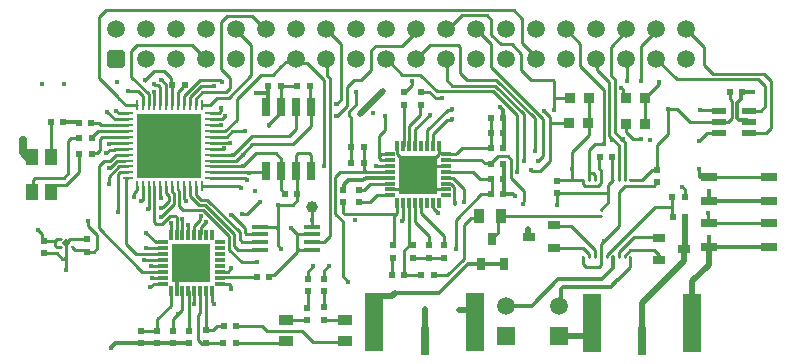
<source format=gtl>
G04*
G04 #@! TF.GenerationSoftware,Altium Limited,Altium Designer,20.2.5 (213)*
G04*
G04 Layer_Physical_Order=1*
G04 Layer_Color=255*
%FSLAX42Y42*%
%MOMM*%
G71*
G04*
G04 #@! TF.SameCoordinates,0AE3A023-6BB7-4A84-8F3F-E2DF2112AB30*
G04*
G04*
G04 #@! TF.FilePolarity,Positive*
G04*
G01*
G75*
%ADD12C,0.25*%
%ADD46R,0.24X0.21*%
%ADD79R,1.10X0.65*%
%ADD80R,1.20X0.60*%
%ADD81R,1.40X0.45*%
%ADD82R,0.65X1.53*%
%ADD83R,0.25X0.85*%
%ADD84R,0.85X0.25*%
%ADD85R,5.50X5.50*%
%ADD86R,0.81X0.30*%
%ADD87R,0.30X0.81*%
%ADD88R,3.25X3.25*%
%ADD89R,0.85X0.95*%
%ADD90R,1.10X1.40*%
%ADD91R,1.45X0.70*%
%ADD92C,0.20*%
%ADD93R,1.60X4.90*%
%ADD94R,0.70X2.35*%
%ADD95R,0.60X0.50*%
%ADD96R,0.50X0.60*%
%ADD97R,0.65X1.10*%
%ADD98R,3.25X3.25*%
%ADD99R,1.25X0.90*%
%ADD100R,0.90X1.25*%
%ADD101P,0.68X4X270.0*%
%ADD102C,1.00*%
%ADD103C,0.51*%
%ADD104C,0.30*%
%ADD105C,0.64*%
%ADD106C,1.50*%
G04:AMPARAMS|DCode=107|XSize=1.5mm|YSize=1.5mm|CornerRadius=0.23mm|HoleSize=0mm|Usage=FLASHONLY|Rotation=0.000|XOffset=0mm|YOffset=0mm|HoleType=Round|Shape=RoundedRectangle|*
%AMROUNDEDRECTD107*
21,1,1.50,1.05,0,0,0.0*
21,1,1.05,1.50,0,0,0.0*
1,1,0.45,0.53,-0.53*
1,1,0.45,-0.53,-0.53*
1,1,0.45,-0.53,0.53*
1,1,0.45,0.53,0.53*
%
%ADD107ROUNDEDRECTD107*%
%ADD108R,1.50X1.50*%
%ADD109C,0.45*%
D12*
X5772Y1520D02*
Y1590D01*
X5772Y1590D01*
X5772Y1520D02*
X5855D01*
X4840Y1980D02*
Y2190D01*
X3785Y832D02*
Y1112D01*
X3929Y1177D02*
X3938Y1185D01*
X3849Y1177D02*
X3929D01*
X3785Y1112D02*
X3849Y1177D01*
X3715Y912D02*
Y1157D01*
X3932Y1375D02*
X4020D01*
X3715Y1157D02*
X3932Y1375D01*
X4070Y1165D02*
X4097Y1193D01*
X4055Y1037D02*
X4055D01*
X4070Y1052D01*
Y1165D01*
X5655Y1350D02*
Y1417D01*
X5635Y1438D02*
X5655Y1417D01*
X5551Y1266D02*
Y1349D01*
Y1184D02*
Y1266D01*
X5405Y1270D02*
X5548D01*
X5551Y1266D01*
X5550Y1350D02*
X5551Y1349D01*
Y1184D02*
X5552Y1182D01*
X5194Y905D02*
X5395D01*
X5440Y860D01*
Y854D02*
Y860D01*
X5145Y856D02*
X5194Y905D01*
X5095Y884D02*
X5224Y1012D01*
X5438D01*
X4995Y860D02*
X5405Y1270D01*
X4995Y845D02*
Y860D01*
X5413Y1479D02*
X5418D01*
X5400Y1466D02*
X5413Y1479D01*
X5400Y1453D02*
Y1466D01*
X5392Y1445D02*
X5400Y1453D01*
X5414Y1580D02*
X5418Y1584D01*
X5380Y1580D02*
X5414D01*
X5295Y1495D02*
X5380Y1580D01*
X2205Y1285D02*
X2335D01*
X233Y980D02*
X322D01*
X228D02*
X233D01*
X4840Y1880D02*
Y1980D01*
X3222Y1718D02*
X3397Y1543D01*
X3474Y1619D01*
X3397Y1543D02*
X3522Y1418D01*
X3273D02*
X3397Y1543D01*
X2873Y2240D02*
X2875Y2238D01*
X2313Y1095D02*
X2370Y1038D01*
X5145Y1445D02*
X5392D01*
X5418Y1584D02*
Y1793D01*
X1372Y1273D02*
X1403Y1242D01*
X1577D01*
X5126Y1839D02*
X5147Y1817D01*
X5065Y1900D02*
X5126Y1839D01*
X5028Y2383D02*
Y2627D01*
Y2383D02*
X5065Y2345D01*
X5028Y2627D02*
X5167Y2767D01*
X4913Y2427D02*
X5015Y2325D01*
X4913Y2427D02*
Y2512D01*
X5049Y1839D02*
X5095Y1792D01*
X5015Y1873D02*
X5049Y1839D01*
X4772Y2460D02*
Y2652D01*
Y2460D02*
X4970Y2262D01*
X4659Y2766D02*
X4772Y2652D01*
X3897Y2767D02*
X4012Y2651D01*
Y2453D02*
X4455Y2010D01*
X4012Y2453D02*
Y2651D01*
X3733Y2642D02*
X3755Y2620D01*
Y2400D02*
X3810Y2345D01*
X3755Y2400D02*
Y2620D01*
X1792Y2192D02*
X1983Y2383D01*
X1865Y2755D02*
X1983Y2638D01*
Y2383D02*
Y2638D01*
X965Y2373D02*
X1115Y2223D01*
X965Y2590D02*
X1018Y2642D01*
X965Y2373D02*
Y2590D01*
X2698Y2038D02*
X2708D01*
X2698Y2138D02*
X2703Y2143D01*
X2708D01*
X2698Y2038D02*
X2698Y2038D01*
X2708Y2143D02*
X2748Y2183D01*
X2498Y1270D02*
X2498Y1270D01*
Y1160D02*
Y1270D01*
Y1160D02*
X2498Y1160D01*
X1635Y1762D02*
X1752D01*
X1753Y1764D01*
X1762Y2038D02*
Y2040D01*
X1738Y2012D02*
X1762Y2038D01*
X1710Y2062D02*
X1725Y2077D01*
X1635Y2012D02*
X1738D01*
X1725Y2077D02*
Y2108D01*
X1635Y1962D02*
X1725D01*
X1635Y2062D02*
X1710D01*
X2875Y2138D02*
Y2238D01*
X2810Y2073D02*
X2875Y2138D01*
X2810Y2048D02*
Y2073D01*
Y2048D02*
X2833Y2025D01*
Y1773D02*
Y2025D01*
X2792Y2123D02*
Y2283D01*
X2708Y2038D02*
X2792Y2123D01*
X2627Y2767D02*
X2748Y2646D01*
Y2183D02*
Y2646D01*
X2854Y2344D02*
X2916D01*
X2792Y2283D02*
X2854Y2344D01*
X2998Y2425D02*
Y2595D01*
X2916Y2344D02*
X2998Y2425D01*
X3068Y1703D02*
Y1870D01*
X3120Y1923D01*
Y2042D01*
X4285Y1293D02*
X4288Y1297D01*
Y1314D01*
X4295Y1321D01*
Y1402D01*
X1635Y1562D02*
X2101D01*
X3783Y1314D02*
X3785Y1312D01*
X1950Y1207D02*
X2054Y1312D01*
X3783Y1314D02*
Y1421D01*
X3703Y1295D02*
X3706Y1299D01*
X4572Y1285D02*
Y1383D01*
X3706Y1299D02*
Y1309D01*
X4572Y1285D02*
X4572Y1285D01*
X1905Y1207D02*
X1950D01*
X2208Y1282D02*
X2210Y1280D01*
Y1093D02*
Y1280D01*
X5008Y1382D02*
Y1457D01*
Y1307D02*
Y1382D01*
X4572Y1383D02*
X5007D01*
X5008Y1382D01*
X4945Y1245D02*
X5008Y1307D01*
X4695Y1495D02*
X4795D01*
Y1460D02*
Y1495D01*
X4695D02*
X4700Y1500D01*
Y1593D01*
X4580Y1495D02*
X4695D01*
X4580Y1495D02*
X4687D01*
X4572Y1488D02*
X4580Y1495D01*
X414Y831D02*
X418Y827D01*
X386Y831D02*
X414D01*
X342Y875D02*
X386Y831D01*
X4970Y980D02*
X5095Y1105D01*
X4942Y952D02*
X4970Y980D01*
X418Y738D02*
Y827D01*
X5318Y2190D02*
Y2195D01*
X5433Y2310D01*
Y2323D01*
X1218Y1265D02*
X1235D01*
X1218Y1262D02*
Y1265D01*
X1817Y1201D02*
X1822D01*
X1929Y1093D01*
X1886Y999D02*
Y1057D01*
X1555Y1328D02*
X1614D01*
X1886Y1057D01*
X1929Y1052D02*
Y1093D01*
X1898Y1432D02*
X1899D01*
X1950Y1493D02*
X1950D01*
X1888Y1443D02*
X1898Y1432D01*
X1930Y1512D02*
X1950Y1493D01*
X1565Y1443D02*
X1888D01*
X2235Y2458D02*
Y2458D01*
X2277Y2499D02*
X2360D01*
X2373Y2512D01*
X2235Y2458D02*
X2277Y2499D01*
X1860Y2006D02*
Y2180D01*
X2040Y2360D01*
Y2360D01*
X2067Y2388D01*
X1695Y2192D02*
X1792D01*
X2165Y2388D02*
X2235Y2458D01*
X2067Y2388D02*
X2165D01*
X2386Y2489D02*
X2454D01*
X2598Y2345D01*
Y1618D02*
Y2345D01*
X2370Y2473D02*
X2386Y2489D01*
X2370Y2473D02*
Y2510D01*
X2650Y1023D02*
Y2358D01*
X2627Y2381D02*
X2650Y2358D01*
X2600Y973D02*
X2650Y1023D01*
X2210Y1093D02*
X2213Y1090D01*
X2135Y1965D02*
Y1968D01*
X2239Y2072D01*
X2133Y1965D02*
X2135D01*
X2123Y1955D02*
X2133Y1965D01*
X5217Y1840D02*
X5288D01*
X5158Y1900D02*
X5217Y1840D01*
X3681Y2009D02*
X3685Y2013D01*
X3644Y2009D02*
X3681D01*
X3522Y1887D02*
X3644Y2009D01*
X2213Y940D02*
Y1090D01*
Y940D02*
X2233Y920D01*
Y915D02*
Y920D01*
X3372Y1925D02*
X3495Y2048D01*
X3372Y1781D02*
Y1925D01*
X3068Y1703D02*
X3083Y1718D01*
X3159D01*
X3068Y1682D02*
Y1703D01*
Y1682D02*
X3083Y1667D01*
X3159D01*
X3039Y1619D02*
X3159D01*
X3192Y1190D02*
X3207Y1205D01*
X3222Y1220D02*
Y1304D01*
X3207Y1205D02*
X3222Y1220D01*
X2780Y1205D02*
X3207D01*
X2765Y1220D02*
Y1307D01*
Y1220D02*
X2780Y1205D01*
X2695Y1212D02*
X2759Y1148D01*
X2938Y1588D02*
Y1773D01*
X2759Y678D02*
Y1148D01*
Y678D02*
X2800Y638D01*
X2695Y1212D02*
Y1525D01*
X2738Y1568D02*
X2957D01*
X2695Y1525D02*
X2738Y1568D01*
X2833Y1642D02*
X2833Y1643D01*
Y1773D01*
X2833Y1773D01*
X2938Y1773D02*
X2938Y1773D01*
X2938Y1588D02*
X2957Y1568D01*
X3159D01*
X2895Y1415D02*
X2940D01*
X2895Y1310D02*
X2988D01*
X3159Y1418D02*
X3273D01*
X1635Y1512D02*
X1930D01*
X4697Y1595D02*
X4700Y1593D01*
X4697Y1595D02*
Y1738D01*
X4840Y1880D01*
X4547Y2185D02*
Y2336D01*
Y2093D02*
Y2185D01*
X4552Y2190D02*
X4680D01*
X4547Y2185D02*
X4552Y2190D01*
X4510Y1980D02*
Y2032D01*
Y1655D02*
Y1980D01*
X4678D01*
X2375Y1325D02*
Y1380D01*
X2335Y1285D02*
X2375Y1325D01*
X1905Y800D02*
X2030D01*
X1799Y906D02*
X1905Y800D01*
X1799Y906D02*
Y1020D01*
X1842Y941D02*
X1876Y907D01*
X1842Y941D02*
Y1038D01*
X1876Y907D02*
X2043D01*
X1554Y1190D02*
X1557Y1193D01*
X1556Y1096D02*
X1605Y1145D01*
X1556Y1036D02*
Y1096D01*
X1577Y1242D02*
X1799Y1020D01*
X1554Y1159D02*
Y1190D01*
X1415Y1335D02*
X1433Y1318D01*
X1595Y1285D02*
X1842Y1038D01*
X1538Y1285D02*
X1595D01*
X2998Y2595D02*
X3038Y2635D01*
X3262D01*
X3389Y2761D02*
Y2767D01*
X3262Y2635D02*
X3389Y2761D01*
X5855Y1520D02*
X5857Y1522D01*
X1365Y362D02*
X1400Y397D01*
X1325Y323D02*
X1365Y362D01*
X603Y1110D02*
Y1152D01*
X2597Y1617D02*
X2598Y1618D01*
X2373Y2498D02*
Y2512D01*
X2627Y2381D02*
Y2512D01*
X5855Y1135D02*
X5857Y1132D01*
X5855Y1135D02*
Y1220D01*
X1823Y1908D02*
X1930D01*
X1777Y1862D02*
X1823Y1908D01*
X5128Y2220D02*
Y2265D01*
X5115Y2277D02*
X5128Y2265D01*
X3647Y2092D02*
X3680D01*
X1793Y620D02*
X1810Y603D01*
X2498Y1102D02*
Y1160D01*
X1810Y580D02*
Y603D01*
X2498Y1160D02*
X2498Y1160D01*
X1716Y620D02*
X1793D01*
X2462Y722D02*
X2500Y760D01*
X2462Y660D02*
Y722D01*
X2602Y730D02*
X2638Y765D01*
X2602Y660D02*
Y730D01*
X5703Y1990D02*
X5945D01*
X5515Y2100D02*
X5592D01*
X5703Y1990D01*
X5512Y2098D02*
X5515Y2100D01*
X5512Y1888D02*
Y2098D01*
X5418Y1793D02*
X5512Y1888D01*
X5095Y1245D02*
Y1395D01*
X5145Y1445D01*
X5195Y1495D02*
X5295D01*
X3645Y693D02*
X3785Y832D01*
X4185Y1512D02*
Y1670D01*
Y1512D02*
X4295Y1402D01*
X4158Y1698D02*
X4185Y1670D01*
X4075Y1698D02*
X4158D01*
X4017Y1635D02*
Y1640D01*
X4075Y1698D01*
X2490Y1577D02*
Y1710D01*
X2381Y1725D02*
X2475D01*
X2490Y1710D01*
Y1577D02*
X2493Y1574D01*
X2366D02*
Y1710D01*
X2381Y1725D01*
X3689Y1515D02*
X3783Y1421D01*
X3679Y1464D02*
X3703Y1440D01*
Y1313D02*
Y1440D01*
Y1313D02*
X3706Y1309D01*
X3639Y1464D02*
X3679D01*
X3636Y1466D02*
X3639Y1464D01*
X4035Y995D02*
Y1018D01*
X4055Y1037D01*
X3530Y693D02*
X3645D01*
X2370Y885D02*
Y925D01*
X2138Y675D02*
Y680D01*
X2150Y692D01*
X2177D01*
X2370Y885D01*
X4352Y1580D02*
X4355Y1577D01*
X4433D01*
X4510Y1655D01*
X4462Y2080D02*
X4510Y2032D01*
X4290Y1658D02*
Y2052D01*
Y1658D02*
X4292Y1655D01*
X4355Y2345D02*
X4538D01*
X4547Y2336D01*
X1833Y1708D02*
X1992Y1867D01*
X2306D02*
X2366Y1927D01*
X1992Y1867D02*
X2306D01*
X5128Y2220D02*
X5158Y2190D01*
Y1900D02*
Y1973D01*
X3522Y1781D02*
Y1887D01*
X3474Y1781D02*
Y1919D01*
X3647Y2092D01*
X3545Y2188D02*
X3600D01*
X1223Y2345D02*
X1225D01*
X1265Y2305D01*
X4270Y2430D02*
X4355Y2345D01*
X4192Y2645D02*
X4270Y2567D01*
Y2430D02*
Y2567D01*
X4017Y2727D02*
X4100Y2645D01*
X4192D01*
X3768Y2892D02*
X3978D01*
X4017Y2852D01*
Y2727D02*
Y2852D01*
X3643Y2767D02*
X3768Y2892D01*
X1562Y2295D02*
X1665D01*
X1735Y2330D02*
X1738D01*
X3285Y2240D02*
X3342Y2298D01*
Y2335D01*
X5283Y2333D02*
Y2628D01*
X4405Y2512D02*
Y2530D01*
X4278Y2658D02*
X4405Y2530D01*
X4278Y2658D02*
Y2862D01*
X753Y2935D02*
X4205D01*
X4278Y2862D01*
X693Y2875D02*
X753Y2935D01*
X693Y2362D02*
Y2875D01*
Y2362D02*
X857Y2198D01*
Y2195D02*
Y2198D01*
X920Y2133D02*
X1015D01*
X857Y2195D02*
X920Y2133D01*
X2498Y973D02*
X2600D01*
X5318Y1973D02*
Y2190D01*
X5283Y2628D02*
X5421Y2767D01*
X5167Y2336D02*
Y2512D01*
X4235Y1562D02*
Y2046D01*
X3688Y2295D02*
X4047D01*
X4059Y2345D02*
X4383Y2021D01*
X4455Y1702D02*
Y2010D01*
X3558Y2250D02*
X4031D01*
X4383Y1742D02*
Y2021D01*
X4047Y2295D02*
X4290Y2052D01*
X3810Y2345D02*
X4059D01*
X4031Y2250D02*
X4235Y2046D01*
X1911Y1716D02*
X1995Y1800D01*
X4412Y1660D02*
X4455Y1702D01*
X3643Y2340D02*
Y2512D01*
Y2340D02*
X3688Y2295D01*
X3497Y2642D02*
X3733D01*
X3389Y2534D02*
X3497Y2642D01*
X3389Y2512D02*
Y2534D01*
X3417Y2390D02*
X3558Y2250D01*
X3265Y2390D02*
X3417D01*
X3135Y2512D02*
X3142D01*
X3265Y2390D01*
X1635Y1612D02*
X1912D01*
X2022Y1722D01*
X1907Y1712D02*
X1916D01*
X1854Y1659D02*
X1907Y1712D01*
X1638Y1659D02*
X1854D01*
X1635Y1662D02*
X1638Y1659D01*
X1640Y1708D02*
X1833D01*
X1635Y1712D02*
X1640Y1708D01*
X1635Y1862D02*
X1777D01*
X1766Y1912D02*
X1860Y2006D01*
X1635Y1912D02*
X1766D01*
X2239Y2072D02*
Y2116D01*
X845Y2077D02*
Y2077D01*
X1784Y719D02*
X1808Y743D01*
X1716Y719D02*
X1784D01*
X1886Y999D02*
X1910Y975D01*
X1944Y1038D02*
X2058D01*
X1929Y1052D02*
X1944Y1038D01*
X1910Y975D02*
X2040D01*
X3262Y1148D02*
X3273Y1158D01*
X3522Y1304D02*
X3524Y1301D01*
Y1256D02*
Y1301D01*
Y1256D02*
X3558Y1223D01*
X3273Y1158D02*
Y1304D01*
X3321Y941D02*
Y1304D01*
X3372Y1138D02*
X3490Y1020D01*
X3423Y1215D02*
X3617Y1020D01*
X3423Y1215D02*
Y1304D01*
X3372Y1138D02*
Y1304D01*
X3617Y948D02*
Y1020D01*
X3490Y945D02*
Y1020D01*
X4942Y848D02*
X4945Y845D01*
X4942Y848D02*
Y952D01*
X4895Y845D02*
Y902D01*
X4692Y1105D02*
X4895Y902D01*
X5095Y1105D02*
Y1245D01*
X4128Y1195D02*
X4945D01*
X4125Y1193D02*
X4128Y1195D01*
X5008Y1457D02*
X5045Y1495D01*
X5037Y1503D02*
Y1693D01*
Y1503D02*
X5045Y1495D01*
X4932Y1591D02*
Y1693D01*
Y1591D02*
X4945Y1579D01*
Y1495D02*
Y1579D01*
X4895Y1495D02*
Y1540D01*
X4851Y1555D02*
X4880D01*
X4895Y1540D01*
X4845Y1750D02*
X4899Y1804D01*
X4845Y1561D02*
Y1750D01*
X4899Y1804D02*
X4967D01*
X4970Y1807D01*
X4810Y1445D02*
X4845D01*
X4795Y1460D02*
X4810Y1445D01*
X4942Y1493D02*
X4945Y1495D01*
X4942Y1470D02*
Y1493D01*
X4845Y1445D02*
X4917D01*
X4942Y1470D01*
X4845Y1495D02*
Y1561D01*
X4851Y1555D01*
X4817Y760D02*
X4930D01*
X4945Y775D02*
Y845D01*
X4930Y760D02*
X4945Y775D01*
Y845D02*
X4945Y845D01*
X4795Y782D02*
Y845D01*
Y782D02*
X4817Y760D01*
X5145Y845D02*
Y856D01*
X5195Y757D02*
Y845D01*
X5085Y647D02*
X5195Y757D01*
X3280Y2240D02*
X3285D01*
X3420D02*
X3493D01*
X3545Y2188D01*
X3636Y1517D02*
X3639Y1515D01*
X3689D01*
X3415Y2130D02*
X3420Y2135D01*
X3415Y2045D02*
Y2130D01*
X3321Y1781D02*
Y1951D01*
X3415Y2045D01*
X3273Y1781D02*
X3276Y1784D01*
Y2131D01*
X3280Y2135D01*
X3636Y1568D02*
X3862D01*
X3925Y1505D01*
X4020D01*
Y1375D02*
Y1505D01*
X3045Y1367D02*
X3159D01*
X2988Y1310D02*
X3045Y1367D01*
X2991Y1466D02*
X3159D01*
X2940Y1415D02*
X2991Y1466D01*
X3474Y1619D02*
X3573Y1718D01*
Y1781D01*
X3222Y1718D02*
Y1781D01*
X3522Y1418D02*
X3636D01*
X3474Y1619D02*
X3636D01*
X3933Y1667D02*
X3962Y1638D01*
X3636Y1667D02*
X3933D01*
X4015Y1638D02*
X4017Y1635D01*
X3962Y1638D02*
X4015D01*
X3636Y1718D02*
X3638Y1720D01*
X3715D01*
X3720Y1725D01*
X3730D01*
X3770Y1765D02*
X4017D01*
X3730Y1725D02*
X3770Y1765D01*
X4017Y1895D02*
Y2025D01*
Y1765D02*
Y1895D01*
X3183Y945D02*
X3192Y955D01*
Y1190D01*
X3177Y690D02*
X3180Y692D01*
Y837D01*
X3183Y840D01*
X3282Y690D02*
Y902D01*
X3321Y941D01*
X3282Y690D02*
X3284Y691D01*
X3424D01*
X3425Y693D01*
X3353Y840D02*
X3620D01*
X3353Y840D02*
X3353Y840D01*
X3620D02*
X3620Y840D01*
X3617Y948D02*
X3620Y945D01*
X2370Y925D02*
X2388Y907D01*
X2498D01*
X2370Y925D02*
Y1038D01*
X2498D01*
X2058Y1102D02*
X2183D01*
X2190Y1095D01*
X1190Y222D02*
Y320D01*
X1302Y432D02*
Y556D01*
X1190Y320D02*
X1302Y432D01*
X1465Y1358D02*
Y1443D01*
Y1358D02*
X1538Y1285D01*
X1515Y1369D02*
Y1443D01*
Y1369D02*
X1555Y1328D01*
X1503Y1108D02*
X1554Y1159D01*
X1503Y1034D02*
Y1108D01*
X1554Y1034D02*
X1556Y1036D01*
X1295Y1195D02*
X1338D01*
X1328Y1296D02*
Y1383D01*
X1225Y1125D02*
X1295Y1195D01*
X1217Y1185D02*
X1328Y1296D01*
X1301Y1133D02*
X1302Y1132D01*
Y1034D02*
Y1132D01*
X1182Y1125D02*
X1225D01*
X1165Y1143D02*
X1182Y1125D01*
X1415Y1443D02*
X1415Y1442D01*
X1372Y1273D02*
Y1406D01*
X1315Y1396D02*
X1328Y1383D01*
X1365Y1413D02*
X1372Y1406D01*
X1415Y1335D02*
Y1442D01*
X1315Y1443D02*
X1315Y1442D01*
Y1396D02*
Y1442D01*
X1285Y1315D02*
Y1365D01*
X1235Y1265D02*
X1285Y1315D01*
X1265Y1385D02*
X1285Y1365D01*
X1265Y1443D02*
X1265Y1442D01*
Y1385D02*
Y1442D01*
X1150Y670D02*
X1151Y671D01*
X1239D01*
X5840Y1895D02*
X5945D01*
X5775Y1830D02*
X5840Y1895D01*
X5775Y1830D02*
X5775D01*
X5944Y2086D02*
X5945Y2085D01*
X5789Y2086D02*
X5944D01*
X5788Y2088D02*
X5789Y2086D01*
X1415Y2209D02*
X1549Y2342D01*
X1723D01*
X1735Y2330D01*
X1415Y2133D02*
X1415Y2133D01*
Y2209D01*
X1365Y2245D02*
X1408Y2288D01*
Y2293D01*
X1365Y2133D02*
Y2245D01*
X1408Y2293D02*
X1410Y2295D01*
X1727Y2440D02*
X1808Y2360D01*
Y2275D02*
Y2360D01*
X1727Y2440D02*
Y2833D01*
X1515Y2133D02*
Y2185D01*
X1570Y2240D01*
X1773D01*
X1465Y2133D02*
X1465Y2133D01*
Y2198D01*
X1562Y2295D01*
X1773Y2240D02*
X1808Y2275D01*
X1635Y2133D02*
X1695Y2192D01*
X1165Y1143D02*
Y1443D01*
X1338Y1195D02*
X1353Y1180D01*
Y1034D02*
Y1180D01*
X4970Y1807D02*
Y2262D01*
X1635Y1812D02*
X1792D01*
X1215Y2133D02*
Y2285D01*
X1196Y2304D02*
X1215Y2285D01*
X1165Y2308D02*
X1169Y2304D01*
X1196D01*
X1265Y2133D02*
Y2305D01*
X1085Y2340D02*
Y2342D01*
Y2338D02*
Y2340D01*
Y2342D02*
X1160Y2417D01*
X1250D01*
X1308Y2312D02*
X1315Y2305D01*
X1308Y2312D02*
Y2359D01*
X1250Y2417D02*
X1308Y2359D01*
X418Y827D02*
Y962D01*
X233Y875D02*
X342D01*
X1115Y2133D02*
Y2223D01*
X1065Y2133D02*
Y2211D01*
X1026Y2250D02*
X1065Y2211D01*
X940Y2250D02*
X1026D01*
X1315Y2305D02*
X1315Y2305D01*
X1315Y2133D02*
Y2305D01*
X1162Y2225D02*
X1165Y2223D01*
Y2133D02*
Y2223D01*
X1215Y1348D02*
Y1443D01*
Y1348D02*
X1220Y1343D01*
X603Y1110D02*
X682Y1030D01*
Y918D02*
Y1030D01*
X655Y890D02*
X682Y918D01*
X593Y890D02*
X655D01*
X1062Y720D02*
X1073D01*
X695Y1088D02*
Y1615D01*
Y1088D02*
X1062Y720D01*
X1074Y719D02*
X1239D01*
X1073Y720D02*
X1074Y719D01*
X215Y992D02*
Y1042D01*
X189Y1069D02*
X215Y1042D01*
X181Y1069D02*
X189D01*
X177Y1073D02*
X181Y1069D01*
X215Y992D02*
X228Y980D01*
X465Y930D02*
X493Y902D01*
X418Y962D02*
X450Y995D01*
X465D02*
X593D01*
X593Y995D01*
X450Y995D02*
X465D01*
X322Y980D02*
X322Y980D01*
Y942D02*
Y980D01*
X493Y902D02*
X580D01*
X593Y890D01*
X337Y995D02*
X370D01*
X322Y980D02*
X337Y995D01*
Y927D02*
X367D01*
X322Y942D02*
X337Y927D01*
X367D02*
X370Y930D01*
X778Y1465D02*
Y1526D01*
X1500Y445D02*
X1503Y448D01*
X1160Y620D02*
X1239D01*
X1127Y588D02*
X1160Y620D01*
X1503Y448D02*
Y556D01*
X1653Y467D02*
Y556D01*
Y467D02*
X1667Y453D01*
X6278Y2348D02*
X6333Y2292D01*
X5586Y2348D02*
X6278D01*
X5421Y2512D02*
X5586Y2348D01*
X6325Y2392D02*
X6383Y2335D01*
X5817Y2473D02*
X5897Y2392D01*
X6325D01*
X6333Y2120D02*
Y2292D01*
X6383Y1935D02*
Y2335D01*
X5817Y2473D02*
Y2623D01*
X5675Y2765D02*
X5817Y2623D01*
X6195Y2085D02*
X6297D01*
X6333Y2120D01*
X6195Y1895D02*
X6342D01*
X6383Y1935D01*
X5675Y2765D02*
Y2767D01*
X6017Y1990D02*
X6053Y2025D01*
X5945Y1990D02*
X6017D01*
X6053Y2025D02*
Y2162D01*
X6035Y2180D02*
X6053Y2162D01*
X6035Y2180D02*
Y2243D01*
X4845Y1495D02*
X4845Y1495D01*
X4659Y2766D02*
Y2767D01*
X5095Y1495D02*
Y1792D01*
X5015Y1873D02*
Y2325D01*
X5065Y1900D02*
Y2345D01*
X5145Y1495D02*
X5147Y1498D01*
Y1817D01*
X4547Y920D02*
X4795D01*
X4845Y845D02*
Y870D01*
X4795Y920D02*
X4845Y870D01*
X4547Y1112D02*
X4554Y1105D01*
X4692D01*
X5095Y845D02*
Y884D01*
X5857Y1522D02*
X6372D01*
X5857Y1522D02*
X5857Y1522D01*
X6372Y1132D02*
X6372Y1132D01*
X5857Y1132D02*
X6372D01*
X1018Y2642D02*
X1480D01*
X1610Y2512D01*
X1095Y1052D02*
X1177Y970D01*
X1239D01*
X1865Y2755D02*
Y2767D01*
X1727Y2833D02*
X1783Y2888D01*
X1990D01*
X2111Y2767D02*
X2119D01*
X1990Y2888D02*
X2111Y2767D01*
X1565Y2133D02*
X1635D01*
X2040Y975D02*
X2043Y973D01*
X1995Y1800D02*
X2342D01*
X2492Y1950D01*
X2366Y1927D02*
Y2116D01*
X2480Y2290D02*
X2486Y2283D01*
Y2123D02*
Y2283D01*
Y2123D02*
X2493Y2116D01*
X2236Y2291D02*
X2237Y2290D01*
X2235Y2292D02*
X2236Y2291D01*
X2374D01*
X2375Y2290D01*
X2237Y2118D02*
X2239Y2116D01*
X2237Y2118D02*
Y2290D01*
X2022Y1722D02*
X2191D01*
X2239Y1674D01*
X2366Y1574D02*
X2370Y1569D01*
Y1384D02*
Y1569D01*
Y1384D02*
X2375Y1380D01*
X2492Y2116D02*
X2493Y2116D01*
X2492Y1950D02*
Y2116D01*
X2239Y1416D02*
Y1574D01*
Y1416D02*
X2270Y1385D01*
Y1380D02*
Y1385D01*
X2239Y1574D02*
Y1674D01*
X2101Y1562D02*
X2112Y1574D01*
X1190Y222D02*
X1190Y222D01*
X1055Y222D02*
X1190D01*
X1055Y222D02*
X1055Y222D01*
X1302Y556D02*
X1302Y556D01*
X1400Y555D02*
X1401Y556D01*
X1400Y397D02*
Y555D01*
X1325Y222D02*
Y323D01*
X1452Y556D02*
X1455Y554D01*
Y228D02*
Y554D01*
Y228D02*
X1460Y222D01*
X1716Y671D02*
X1718Y673D01*
X2030D01*
X2033Y675D01*
X2602Y418D02*
X2602Y418D01*
Y555D01*
X2602Y555D01*
X2460Y417D02*
X2461Y419D01*
Y554D01*
X2462Y555D01*
X2775Y315D02*
X2780Y310D01*
X2602Y315D02*
X2775D01*
X2275Y310D02*
X2277Y312D01*
X2460D01*
X2777Y127D02*
X2780Y130D01*
X2508Y127D02*
X2777D01*
X2412Y222D02*
X2508Y127D01*
X2120Y222D02*
X2412D01*
X2078Y265D02*
X2120Y222D01*
X1857Y265D02*
X2078D01*
X1852Y117D02*
X2262D01*
X2275Y130D01*
X1750Y262D02*
X1752Y265D01*
X1602Y223D02*
X1658D01*
X1698Y262D01*
X1750D01*
X1602Y556D02*
X1602Y556D01*
Y223D02*
Y556D01*
Y223D02*
X1602Y223D01*
Y118D02*
X1602Y118D01*
X1747D01*
X1748Y117D01*
X1597Y112D02*
X1602Y118D01*
X1565Y112D02*
X1597D01*
X1535Y142D02*
X1565Y112D01*
X1535Y142D02*
Y353D01*
X1554Y371D02*
Y556D01*
X1535Y353D02*
X1554Y371D01*
X132Y1394D02*
X133Y1394D01*
Y1500D01*
X150Y1518D01*
X395D02*
X430Y1552D01*
X150Y1518D02*
X395D01*
X430Y1552D02*
Y1823D01*
X460Y1853D02*
X528D01*
X430Y1823D02*
X460Y1853D01*
X525Y1712D02*
X528Y1715D01*
X525Y1565D02*
Y1712D01*
X292Y1394D02*
Y1409D01*
X335Y1452D01*
X412D01*
X525Y1565D01*
X285Y1702D02*
Y1985D01*
Y1702D02*
X292Y1694D01*
X927Y951D02*
X1007Y871D01*
X928Y1512D02*
X945D01*
X927Y951D02*
Y1512D01*
X928Y1512D01*
X1015Y1413D02*
Y1443D01*
X990Y1388D02*
X1015Y1413D01*
X990Y1357D02*
Y1388D01*
X1070Y820D02*
X1239D01*
X1055Y1318D02*
X1065Y1327D01*
Y1443D01*
X1115Y1255D02*
Y1443D01*
X1112Y1252D02*
X1115Y1255D01*
X841Y1712D02*
X945D01*
X864Y1612D02*
X945D01*
X778Y1526D02*
X864Y1612D01*
X829Y1762D02*
X945D01*
X785Y1600D02*
X790D01*
X740Y1660D02*
X788D01*
X753Y1723D02*
X758D01*
X788Y1660D02*
X841Y1712D01*
X790Y1600D02*
X852Y1662D01*
X915D01*
X758Y1723D02*
X787Y1752D01*
X819D01*
X829Y1762D01*
X875Y1562D02*
X945D01*
X860Y1227D02*
Y1548D01*
X875Y1562D01*
X695Y1615D02*
X740Y1660D01*
X778Y1800D02*
X783D01*
X795Y1812D01*
X945D01*
X720Y1862D02*
X945D01*
X705Y1848D02*
X720Y1862D01*
X705Y1752D02*
Y1848D01*
X679Y1727D02*
X705Y1752D01*
X633Y1715D02*
X644Y1727D01*
X679D01*
X633Y1858D02*
X687Y1912D01*
X945D01*
X633Y1853D02*
Y1858D01*
X945Y1712D02*
X945Y1712D01*
X1400Y1162D02*
X1402Y1165D01*
X1400Y1035D02*
X1401Y1034D01*
X1400Y1035D02*
Y1162D01*
X1138Y770D02*
X1138Y770D01*
X1239D01*
X1091Y919D02*
X1239D01*
X1090Y920D02*
X1091Y919D01*
X1007Y871D02*
X1239D01*
X1070Y820D02*
X1070Y820D01*
X1452Y1034D02*
Y1110D01*
X1452Y1110D01*
X827Y2012D02*
X945D01*
X765Y2075D02*
X827Y2012D01*
X860Y2062D02*
X945D01*
X845Y2077D02*
X860Y2062D01*
X625Y1985D02*
X628Y1983D01*
X635D02*
X695D01*
X715Y1962D02*
X945D01*
X695Y1983D02*
X715Y1962D01*
D46*
X465Y930D02*
D03*
Y995D02*
D03*
X370D02*
D03*
X370Y930D02*
D03*
D79*
X5440Y1009D02*
D03*
Y816D02*
D03*
X5650Y912D02*
D03*
X4338Y1016D02*
D03*
X4547Y1112D02*
D03*
Y920D02*
D03*
D80*
X5945Y1895D02*
D03*
Y1990D02*
D03*
Y2085D02*
D03*
X6195D02*
D03*
Y1990D02*
D03*
Y1895D02*
D03*
D81*
X2058Y1102D02*
D03*
Y1038D02*
D03*
Y973D02*
D03*
Y907D02*
D03*
X2498D02*
D03*
Y973D02*
D03*
Y1038D02*
D03*
Y1102D02*
D03*
D82*
X2493Y1574D02*
D03*
X2366D02*
D03*
X2239D02*
D03*
X2112D02*
D03*
Y2116D02*
D03*
X2239D02*
D03*
X2366D02*
D03*
X2493D02*
D03*
D83*
X1015Y1443D02*
D03*
X1065D02*
D03*
X1115D02*
D03*
X1165D02*
D03*
X1215D02*
D03*
X1265D02*
D03*
X1315D02*
D03*
X1365D02*
D03*
X1415D02*
D03*
X1465D02*
D03*
X1515D02*
D03*
X1565D02*
D03*
Y2133D02*
D03*
X1515D02*
D03*
X1465D02*
D03*
X1415D02*
D03*
X1365D02*
D03*
X1315D02*
D03*
X1265D02*
D03*
X1215D02*
D03*
X1165D02*
D03*
X1115D02*
D03*
X1065D02*
D03*
X1015D02*
D03*
D84*
X1635Y1512D02*
D03*
Y1562D02*
D03*
Y1612D02*
D03*
Y1662D02*
D03*
Y1712D02*
D03*
Y1762D02*
D03*
Y1812D02*
D03*
Y1862D02*
D03*
Y1912D02*
D03*
Y1962D02*
D03*
Y2012D02*
D03*
Y2062D02*
D03*
X945D02*
D03*
Y2012D02*
D03*
Y1962D02*
D03*
Y1912D02*
D03*
Y1862D02*
D03*
Y1812D02*
D03*
Y1762D02*
D03*
Y1712D02*
D03*
Y1662D02*
D03*
Y1612D02*
D03*
Y1562D02*
D03*
Y1512D02*
D03*
D85*
X1290Y1788D02*
D03*
D86*
X1716Y620D02*
D03*
Y671D02*
D03*
Y719D02*
D03*
Y770D02*
D03*
Y820D02*
D03*
Y871D02*
D03*
Y919D02*
D03*
Y970D02*
D03*
X1239D02*
D03*
Y919D02*
D03*
Y871D02*
D03*
Y820D02*
D03*
Y770D02*
D03*
Y719D02*
D03*
Y671D02*
D03*
Y620D02*
D03*
X3159Y1367D02*
D03*
Y1418D02*
D03*
Y1466D02*
D03*
Y1517D02*
D03*
Y1568D02*
D03*
Y1619D02*
D03*
Y1667D02*
D03*
Y1718D02*
D03*
X3636D02*
D03*
Y1667D02*
D03*
Y1619D02*
D03*
Y1568D02*
D03*
Y1517D02*
D03*
Y1466D02*
D03*
Y1418D02*
D03*
Y1367D02*
D03*
D87*
X1653Y1034D02*
D03*
X1602D02*
D03*
X1554D02*
D03*
X1503D02*
D03*
X1452D02*
D03*
X1401D02*
D03*
X1353D02*
D03*
X1302D02*
D03*
Y556D02*
D03*
X1353D02*
D03*
X1401D02*
D03*
X1452D02*
D03*
X1503D02*
D03*
X1554D02*
D03*
X1602D02*
D03*
X1653D02*
D03*
X3222Y1781D02*
D03*
X3273D02*
D03*
X3321D02*
D03*
X3372D02*
D03*
X3423D02*
D03*
X3474D02*
D03*
X3522D02*
D03*
X3573D02*
D03*
Y1304D02*
D03*
X3522D02*
D03*
X3474D02*
D03*
X3423D02*
D03*
X3372D02*
D03*
X3321D02*
D03*
X3273D02*
D03*
X3222D02*
D03*
D88*
X1477Y795D02*
D03*
D89*
X5158Y2190D02*
D03*
X5318D02*
D03*
X5158Y1973D02*
D03*
X5318D02*
D03*
X4680Y2190D02*
D03*
X4840D02*
D03*
X4678Y1980D02*
D03*
X4838D02*
D03*
D90*
X132Y1394D02*
D03*
X292D02*
D03*
X132Y1694D02*
D03*
X292D02*
D03*
D91*
X5857Y1132D02*
D03*
Y927D02*
D03*
X6372Y1132D02*
D03*
Y927D02*
D03*
X5857Y1522D02*
D03*
Y1317D02*
D03*
X6372Y1522D02*
D03*
Y1317D02*
D03*
D92*
X5195Y845D02*
D03*
X5145D02*
D03*
X5095D02*
D03*
X5045D02*
D03*
X4995D02*
D03*
X4945D02*
D03*
X4895D02*
D03*
X4845D02*
D03*
X4795D02*
D03*
X4945Y1195D02*
D03*
X5095Y1245D02*
D03*
X4945D02*
D03*
X5145Y1445D02*
D03*
X4845D02*
D03*
X5195Y1495D02*
D03*
X5145D02*
D03*
X5095D02*
D03*
X5045D02*
D03*
X4945D02*
D03*
X4895D02*
D03*
X4845D02*
D03*
X4795D02*
D03*
D93*
X3027Y292D02*
D03*
X3878D02*
D03*
X4867Y288D02*
D03*
X5717D02*
D03*
D94*
X3453Y135D02*
D03*
X5292Y130D02*
D03*
D95*
X233Y875D02*
D03*
Y980D02*
D03*
X593Y995D02*
D03*
Y890D02*
D03*
X1325Y117D02*
D03*
Y222D02*
D03*
X1190Y118D02*
D03*
Y222D02*
D03*
X1055Y117D02*
D03*
Y222D02*
D03*
X2895Y1412D02*
D03*
Y1307D02*
D03*
X2765D02*
D03*
Y1412D02*
D03*
X1602Y223D02*
D03*
Y118D02*
D03*
X2602Y418D02*
D03*
Y313D02*
D03*
X2460Y417D02*
D03*
Y312D02*
D03*
X3353Y945D02*
D03*
Y840D02*
D03*
X3490Y945D02*
D03*
Y840D02*
D03*
X3620Y945D02*
D03*
Y840D02*
D03*
X5418Y1585D02*
D03*
Y1480D02*
D03*
X4572Y1383D02*
D03*
Y1488D02*
D03*
X3280Y2240D02*
D03*
Y2135D02*
D03*
X3420Y2240D02*
D03*
Y2135D02*
D03*
X1460Y118D02*
D03*
Y222D02*
D03*
X3183Y945D02*
D03*
Y840D02*
D03*
X2602Y555D02*
D03*
Y660D02*
D03*
X2462Y555D02*
D03*
Y660D02*
D03*
D96*
X6035Y2243D02*
D03*
X6140D02*
D03*
X2130Y2292D02*
D03*
X2235D02*
D03*
X3282Y690D02*
D03*
X3177D02*
D03*
X3425Y693D02*
D03*
X3530D02*
D03*
X2138Y675D02*
D03*
X2033D02*
D03*
X5040Y1693D02*
D03*
X4935D02*
D03*
X4120Y1505D02*
D03*
X4015D02*
D03*
X4120Y1375D02*
D03*
X4015D02*
D03*
X2833Y1773D02*
D03*
X2938D02*
D03*
X2833Y1642D02*
D03*
X2937D02*
D03*
X4015Y1635D02*
D03*
X4120D02*
D03*
X4117Y1765D02*
D03*
X4012D02*
D03*
X4117Y1895D02*
D03*
X4012D02*
D03*
X285Y1985D02*
D03*
X390D02*
D03*
X525Y1983D02*
D03*
X630D02*
D03*
X528Y1715D02*
D03*
X633D02*
D03*
X1315Y2305D02*
D03*
X1420D02*
D03*
X528Y1853D02*
D03*
X633D02*
D03*
X2375Y2290D02*
D03*
X2480D02*
D03*
X2270Y1380D02*
D03*
X2375D02*
D03*
X1752Y265D02*
D03*
X1857D02*
D03*
X1748Y117D02*
D03*
X1852D02*
D03*
X5552Y1182D02*
D03*
X5657D02*
D03*
X5550Y1350D02*
D03*
X5655D02*
D03*
X4117Y2025D02*
D03*
X4012D02*
D03*
D97*
X4025Y995D02*
D03*
X4121Y785D02*
D03*
X3929D02*
D03*
D98*
X3397Y1543D02*
D03*
D99*
X2780Y130D02*
D03*
Y310D02*
D03*
X2275Y130D02*
D03*
Y310D02*
D03*
D100*
X4097Y1193D02*
D03*
X3917D02*
D03*
D101*
X418Y962D02*
D03*
D102*
X2498Y1270D02*
D03*
D103*
X5292Y457D02*
X5492Y657D01*
X5650Y815D01*
X5292Y130D02*
Y457D01*
X5657Y920D02*
Y1182D01*
X5650Y912D02*
X5657Y920D01*
X5650Y912D02*
X5650D01*
X2908Y2058D02*
X3098Y2248D01*
X3177Y512D02*
X3205Y540D01*
X3027Y292D02*
Y457D01*
X3082Y512D01*
X3177D01*
X3878Y292D02*
Y345D01*
X3823Y400D02*
X3878Y345D01*
X3740Y400D02*
X3823D01*
X4593Y180D02*
X4813D01*
X4867Y235D01*
Y288D01*
X4325Y1023D02*
Y1082D01*
X5717Y288D02*
Y640D01*
X5857Y780D02*
Y927D01*
X5717Y640D02*
X5857Y780D01*
X5650Y815D02*
Y912D01*
X3453Y135D02*
Y403D01*
X4332Y1016D02*
X4338D01*
X4325Y1023D02*
X4332Y1016D01*
D104*
X5857Y1015D02*
X5860Y1018D01*
X4124Y1376D02*
Y1634D01*
X1353Y671D02*
X1477Y795D01*
X1055Y117D02*
X1460D01*
X4125Y1375D02*
X4204D01*
X4217Y1362D01*
X3205Y540D02*
X3572D01*
X3817Y785D02*
X3939D01*
X3572Y540D02*
X3817Y785D01*
X2130Y2235D02*
Y2292D01*
Y2178D02*
Y2235D01*
X2028D02*
X2130D01*
X2027Y2235D02*
X2028Y2235D01*
X4145Y432D02*
X4362D01*
X4585Y655D02*
X4951D01*
X4362Y432D02*
X4585Y655D01*
X2765Y1412D02*
X2767Y1415D01*
Y1457D01*
X2805Y1495D01*
X6232Y2243D02*
X6233Y2242D01*
X4113Y2035D02*
X4122Y2025D01*
X4113Y2035D02*
Y2090D01*
X4090Y2112D02*
X4113Y2090D01*
X4122Y1635D02*
X4124Y1634D01*
Y1376D02*
X4125Y1375D01*
X4122Y1895D02*
Y2025D01*
Y1765D02*
Y1895D01*
X3939Y785D02*
X4131D01*
X6140Y2243D02*
X6232D01*
X5857Y927D02*
Y1015D01*
Y1317D02*
Y1400D01*
X5858Y1400D01*
X5028Y590D02*
X5085Y647D01*
X4607Y449D02*
Y572D01*
X4625Y590D01*
X5028D01*
X4951Y655D02*
X5045Y749D01*
X4593Y434D02*
X4607Y449D01*
X5045Y749D02*
Y845D01*
X835Y117D02*
X1055D01*
X795Y77D02*
X835Y117D01*
X2805Y1495D02*
X2933D01*
X2955Y1517D02*
X3159D01*
X2933Y1495D02*
X2955Y1517D01*
X6133Y2235D02*
X6140Y2243D01*
X6133Y2183D02*
Y2235D01*
X6116Y2005D02*
X6180D01*
X6098Y2023D02*
X6116Y2005D01*
X6098Y2023D02*
Y2148D01*
X6133Y2183D01*
X6180Y2005D02*
X6195Y1990D01*
X6372Y1317D02*
X6372Y1317D01*
X5857Y1317D02*
X6372D01*
Y927D02*
X6372Y927D01*
X5857Y927D02*
X6372D01*
X2112Y2160D02*
X2130Y2178D01*
X2112Y2116D02*
Y2160D01*
X1460Y117D02*
X1460Y118D01*
X1055Y117D02*
X1055Y117D01*
X1353Y556D02*
Y671D01*
X390Y1985D02*
X391Y1984D01*
X524D01*
X525Y1983D01*
D105*
X87Y1695D02*
X132D01*
X50Y1732D02*
X87Y1695D01*
X50Y1732D02*
Y1835D01*
X132Y1695D02*
X132Y1694D01*
D106*
X4143Y2777D02*
D03*
X4397D02*
D03*
X4651D02*
D03*
X4905D02*
D03*
X5667D02*
D03*
X5413D02*
D03*
X5159D02*
D03*
Y2523D02*
D03*
X5413D02*
D03*
X5667D02*
D03*
X4905D02*
D03*
X4651D02*
D03*
X4397D02*
D03*
X4143D02*
D03*
X2111D02*
D03*
X1095D02*
D03*
X2365D02*
D03*
X1349D02*
D03*
X2619D02*
D03*
X1603D02*
D03*
X2873D02*
D03*
X1857D02*
D03*
X3127D02*
D03*
X3889D02*
D03*
X3635D02*
D03*
X3381D02*
D03*
Y2777D02*
D03*
X3635D02*
D03*
X3889D02*
D03*
X3127D02*
D03*
X1857D02*
D03*
X2873D02*
D03*
X1603D02*
D03*
X2619D02*
D03*
X1349D02*
D03*
X2365D02*
D03*
X1095D02*
D03*
X2111D02*
D03*
X841D02*
D03*
X4593Y434D02*
D03*
X4145Y432D02*
D03*
D107*
X841Y2523D02*
D03*
D108*
X4593Y180D02*
D03*
X4145Y177D02*
D03*
D109*
X5492Y657D02*
D03*
X5772Y1590D02*
D03*
X1433Y1318D02*
D03*
X5630Y1435D02*
D03*
X3453Y405D02*
D03*
X1405Y710D02*
D03*
X1470Y825D02*
D03*
X1470Y710D02*
D03*
X2698Y2038D02*
D03*
Y2138D02*
D03*
X1753Y1764D02*
D03*
X1808Y1813D02*
D03*
X1762Y2035D02*
D03*
X1725Y2108D02*
D03*
Y1962D02*
D03*
X2875Y2240D02*
D03*
X2908Y2060D02*
D03*
X3505Y1568D02*
D03*
X3435D02*
D03*
X3353D02*
D03*
X3285Y1464D02*
D03*
X3353D02*
D03*
X3435D02*
D03*
X3505D02*
D03*
X4285Y1293D02*
D03*
X4217Y1362D02*
D03*
X3283Y1568D02*
D03*
X2017Y1408D02*
D03*
X3785Y1312D02*
D03*
X2055Y1309D02*
D03*
X4572Y1285D02*
D03*
X3710Y1300D02*
D03*
X2208Y1282D02*
D03*
X2027Y2233D02*
D03*
X1512Y1617D02*
D03*
X1535Y710D02*
D03*
Y768D02*
D03*
X1470D02*
D03*
X1405Y768D02*
D03*
X1535Y825D02*
D03*
X1405D02*
D03*
X1512Y1560D02*
D03*
X1227Y1735D02*
D03*
X418Y827D02*
D03*
Y738D02*
D03*
X1112Y1677D02*
D03*
X1065Y1865D02*
D03*
X1170Y1738D02*
D03*
X1112Y1738D02*
D03*
X3205Y540D02*
D03*
X3740Y400D02*
D03*
X5433Y2323D02*
D03*
X1817Y1201D02*
D03*
X1950Y1493D02*
D03*
X1899Y1432D02*
D03*
X1967Y1560D02*
D03*
X1905Y1207D02*
D03*
X2135Y1965D02*
D03*
X5360Y1833D02*
D03*
X5130Y1842D02*
D03*
X5288Y1840D02*
D03*
X3685Y2013D02*
D03*
X3017Y2062D02*
D03*
X2233Y915D02*
D03*
X3120Y2042D02*
D03*
X3495Y2048D02*
D03*
X3042Y1617D02*
D03*
X4325Y1082D02*
D03*
X2862Y1155D02*
D03*
X2802Y632D02*
D03*
X1557Y1193D02*
D03*
X1605Y1145D02*
D03*
X2030Y800D02*
D03*
X1365Y362D02*
D03*
X603Y1152D02*
D03*
X848Y2323D02*
D03*
X2597Y1617D02*
D03*
X5855Y1220D02*
D03*
X6233Y2242D02*
D03*
X1930Y1908D02*
D03*
X5115Y2277D02*
D03*
X3685Y2098D02*
D03*
X1810Y570D02*
D03*
X2498Y1160D02*
D03*
X2317Y1088D02*
D03*
X2505Y765D02*
D03*
X2640D02*
D03*
X3098Y2248D02*
D03*
X5515Y2100D02*
D03*
X4700Y1593D02*
D03*
X3715Y912D02*
D03*
X4090Y2112D02*
D03*
X2213Y1090D02*
D03*
X4352Y1580D02*
D03*
X4292Y1655D02*
D03*
X4462Y2080D02*
D03*
X4547Y2093D02*
D03*
X3600Y2188D02*
D03*
X1223Y2345D02*
D03*
X1738Y2325D02*
D03*
X3342Y2335D02*
D03*
X5285Y2333D02*
D03*
X5167Y2335D02*
D03*
X4383Y1742D02*
D03*
X4412Y1660D02*
D03*
X4235Y1562D02*
D03*
X1916Y1712D02*
D03*
X1833Y1708D02*
D03*
X1912Y1615D02*
D03*
X1815Y750D02*
D03*
X3565Y1215D02*
D03*
X3265Y1148D02*
D03*
X5858Y1402D02*
D03*
Y1018D02*
D03*
X4970Y980D02*
D03*
X215Y2312D02*
D03*
X795Y77D02*
D03*
X1217Y1185D02*
D03*
X1301Y1133D02*
D03*
X1218Y1262D02*
D03*
X1145Y668D02*
D03*
X5788Y2088D02*
D03*
X5775Y1830D02*
D03*
X1665Y2292D02*
D03*
X4967Y1804D02*
D03*
X5042Y1833D02*
D03*
X1085Y2340D02*
D03*
X1165Y2308D02*
D03*
X940Y2250D02*
D03*
X1165Y2238D02*
D03*
X1220Y1343D02*
D03*
X177Y1073D02*
D03*
X780Y1465D02*
D03*
X50Y1835D02*
D03*
X1125Y588D02*
D03*
X1504Y446D02*
D03*
X1670Y450D02*
D03*
X397Y2311D02*
D03*
X1095Y1052D02*
D03*
X993Y1350D02*
D03*
X860Y1227D02*
D03*
X1055Y1318D02*
D03*
X1112Y1252D02*
D03*
X780Y1598D02*
D03*
X753Y1723D02*
D03*
X778Y1800D02*
D03*
X1402Y1165D02*
D03*
X1138Y768D02*
D03*
X1090Y920D02*
D03*
X1073Y823D02*
D03*
X1452Y1115D02*
D03*
X838Y2077D02*
D03*
X765Y2075D02*
D03*
M02*

</source>
